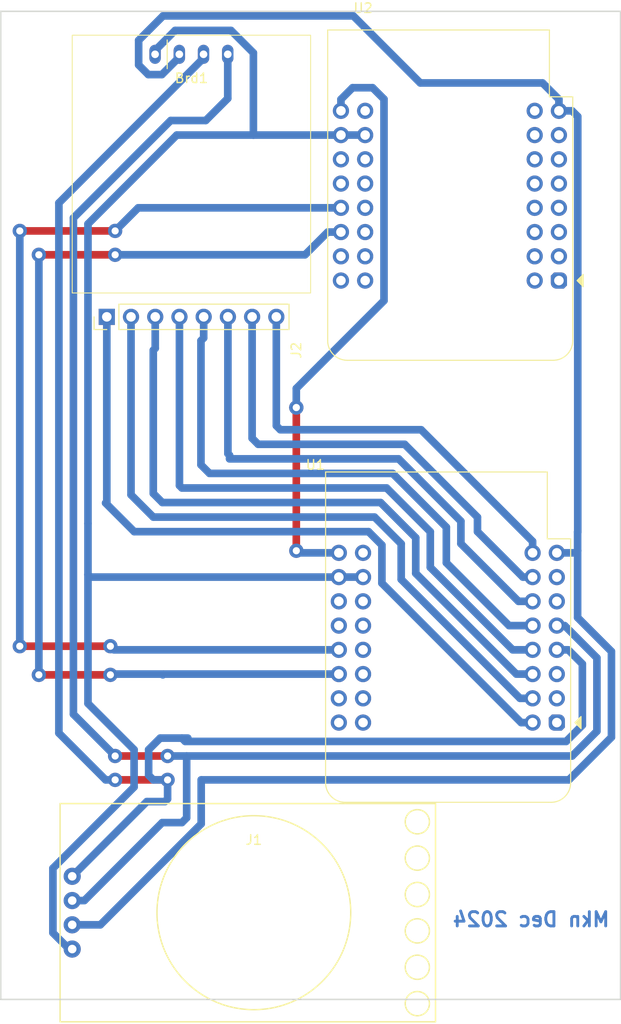
<source format=kicad_pcb>
(kicad_pcb (version 20240108) (generator "pcbnew") (generator_version "8.0")
  (layers (0 "F.Cu" signal) (31 "B.Cu" signal) (34 "B.Paste" user) (35 "F.Paste" user) (36 "B.SilkS" user "B.Silkscreen") (37 "F.SilkS" user "F.Silkscreen") (38 "B.Mask" user) (39 "F.Mask" user) (44 "Edge.Cuts" user))
  (net 0 "")
  (net 1 "/SCL")
  (net 2 "/SDA")
  (net 3 "+3V3")
  (net 4 "Net-(J2-Pin_6)")
  (net 5 "Net-(J2-Pin_7)")
  (net 6 "Net-(J2-Pin_4)")
  (net 7 "Net-(J2-Pin_2)")
  (net 8 "Net-(J2-Pin_5)")
  (net 9 "Net-(J2-Pin_1)")
  (net 10 "Net-(J2-Pin_3)")
  (net 11 "Net-(J2-Pin_8)")
  (net 19 "/SCL_esp2esp")
  (net 26 "+5V")
  (net 29 "/SDA_esp2esp")
  (net 43 "GND")
  (footprint "s2mini:WEMOS_S2_mini" (layer "F.Cu") (at 176.54 92.7 180)
    (property "Reference" "U2" (at 20.54 28.54 360) (layer "F.SilkS"))
    (property "Value" "WeMos_S2_mini")
    (fp_line (start 24.25 26.25) (end 24.25 -6.3) (stroke (width 0.12)) (layer "F.SilkS"))
    (fp_line (start 22.2 -8.35) (end 0.6 -8.35) (stroke (width 0.12)) (layer "F.SilkS"))
    (fp_line (start 1 26.25) (end 24.25 26.25) (stroke (width 0.12)) (layer "F.SilkS"))
    (fp_line (start 1 19.25) (end 1 26.25) (stroke (width 0.12)) (layer "F.SilkS"))
    (fp_line (start -1.45 19.25) (end 1 19.25) (stroke (width 0.12)) (layer "F.SilkS"))
    (fp_line (start -1.45 19.25) (end -1.45 -6.3) (stroke (width 0.12)) (layer "F.SilkS"))
    (fp_arc (start 22.2 -8.35) (mid 23.649569 -7.749569) (end 24.25 -6.3) (stroke (width 0.12)) (layer "F.SilkS"))
    (fp_arc (start -1.45 -6.3) (mid -0.849569 -7.749569) (end 0.6 -8.35) (stroke (width 0.12)) (layer "F.SilkS"))
    (fp_poly (pts (xy -2.54 -0.635) (xy -2.54 0.635) (xy -1.905 0)) (stroke (width 0.12)) (fill solid) (layer "F.SilkS"))
    (pad "1" thru_hole roundrect (at 0 0 180) (size 1.7 1.7) (drill 1) (layers "*.Cu" "*.Mask") (roundrect_rratio 0.35) (chamfer_ratio 0.2) (chamfer top_left bottom_right))
    (pad "2" thru_hole circle (at 0 2.54 180) (size 1.7 1.7) (drill 1) (layers "*.Cu" "*.Mask"))
    (pad "3" thru_hole circle (at 0 5.08 180) (size 1.7 1.7) (drill 1) (layers "*.Cu" "*.Mask"))
    (pad "4" thru_hole circle (at 0 7.62 180) (size 1.7 1.7) (drill 1) (layers "*.Cu" "*.Mask"))
    (pad "5" thru_hole circle (at 0 10.16 180) (size 1.7 1.7) (drill 1) (layers "*.Cu" "*.Mask"))
    (pad "6" thru_hole circle (at 0 12.7 180) (size 1.7 1.7) (drill 1) (layers "*.Cu" "*.Mask"))
    (pad "7" thru_hole circle (at 0 15.24 180) (size 1.7 1.7) (drill 1) (layers "*.Cu" "*.Mask"))
    (pad "8" thru_hole circle (at 0 17.78 180) (size 1.7 1.7) (drill 1) (layers "*.Cu" "*.Mask") (net 3 "+3V3"))
    (pad "9" thru_hole circle (at 22.86 17.78 180) (size 1.7 1.7) (drill 1) (layers "*.Cu" "*.Mask") (net 26 "+5V"))
    (pad "10" thru_hole circle (at 22.86 15.24 180) (size 1.7 1.7) (drill 1) (layers "*.Cu" "*.Mask") (net 43 "GND"))
    (pad "11" thru_hole circle (at 22.86 12.7 180) (size 1.7 1.7) (drill 1) (layers "*.Cu" "*.Mask"))
    (pad "12" thru_hole circle (at 22.86 10.16 180) (size 1.7 1.7) (drill 1) (layers "*.Cu" "*.Mask"))
    (pad "13" thru_hole circle (at 22.86 7.62 180) (size 1.7 1.7) (drill 1) (layers "*.Cu" "*.Mask") (net 19 "/SCL_esp2esp"))
    (pad "14" thru_hole circle (at 22.86 5.08 180) (size 1.7 1.7) (drill 1) (layers "*.Cu" "*.Mask") (net 29 "/SDA_esp2esp"))
    (pad "15" thru_hole circle (at 22.86 2.54 180) (size 1.7 1.7) (drill 1) (layers "*.Cu" "*.Mask"))
    (pad "16" thru_hole circle (at 22.86 0 180) (size 1.7 1.7) (drill 1) (layers "*.Cu" "*.Mask"))
    (pad "17" thru_hole circle (at 2.54 0 180) (size 1.7 1.7) (drill 1) (layers "*.Cu" "*.Mask"))
    (pad "18" thru_hole circle (at 2.54 2.54 180) (size 1.7 1.7) (drill 1) (layers "*.Cu" "*.Mask"))
    (pad "19" thru_hole circle (at 2.54 5.08 180) (size 1.7 1.7) (drill 1) (layers "*.Cu" "*.Mask"))
    (pad "20" thru_hole circle (at 2.54 7.62 180) (size 1.7 1.7) (drill 1) (layers "*.Cu" "*.Mask"))
    (pad "21" thru_hole circle (at 2.54 10.16 180) (size 1.7 1.7) (drill 1) (layers "*.Cu" "*.Mask"))
    (pad "22" thru_hole circle (at 2.54 12.7 180) (size 1.7 1.7) (drill 1) (layers "*.Cu" "*.Mask"))
    (pad "23" thru_hole circle (at 2.54 15.24 180) (size 1.7 1.7) (drill 1) (layers "*.Cu" "*.Mask"))
    (pad "24" thru_hole circle (at 2.54 17.78 180) (size 1.7 1.7) (drill 1) (layers "*.Cu" "*.Mask"))
    (pad "25" thru_hole circle (at 20.32 17.78 180) (size 1.7 1.7) (drill 1) (layers "*.Cu" "*.Mask"))
    (pad "26" thru_hole circle (at 20.32 15.24 180) (size 1.7 1.7) (drill 1) (layers "*.Cu" "*.Mask") (net 43 "GND"))
    (pad "27" thru_hole circle (at 20.32 12.7 180) (size 1.7 1.7) (drill 1) (layers "*.Cu" "*.Mask"))
    (pad "28" thru_hole circle (at 20.32 10.16 180) (size 1.7 1.7) (drill 1) (layers "*.Cu" "*.Mask"))
    (pad "29" thru_hole circle (at 20.32 7.62 180) (size 1.7 1.7) (drill 1) (layers "*.Cu" "*.Mask"))
    (pad "30" thru_hole circle (at 20.32 5.08 180) (size 1.7 1.7) (drill 1) (layers "*.Cu" "*.Mask"))
    (pad "31" thru_hole circle (at 20.32 2.54 180) (size 1.7 1.7) (drill 1) (layers "*.Cu" "*.Mask"))
    (pad "32" thru_hole circle (at 20.32 0 180) (size 1.7 1.7) (drill 1) (layers "*.Cu" "*.Mask"))
  )
  (footprint "meagsaturn:RTC_DS3231" (layer "F.Cu") (at 163.5975 170.3425 180)
    (property "Reference" "J1" (at 19.05 19.05 0) (layer "F.SilkS"))
    (property "Value" "RTC_DS3231")
    (fp_line (start 39.37 0) (end 39.37 22.86) (stroke (width 0.15)) (layer "F.SilkS"))
    (fp_line (start 0 22.86) (end 39.37 22.86) (stroke (width 0.15)) (layer "F.SilkS"))
    (fp_line (start 0 0) (end 39.37 0) (stroke (width 0.15)) (layer "F.SilkS"))
    (fp_line (start 0 0) (end 0 22.86) (stroke (width 0.15)) (layer "F.SilkS"))
    (fp_circle (center 19.05 11.43) (end 19.05 21.59) (stroke (width 0.15)) (fill none) (layer "F.SilkS"))
    (fp_circle (center 1.905 20.955) (end 1.905 19.685) (stroke (width 0.15)) (fill none) (layer "F.SilkS"))
    (fp_circle (center 1.905 17.145) (end 1.905 15.875) (stroke (width 0.15)) (fill none) (layer "F.SilkS"))
    (fp_circle (center 1.905 13.335) (end 1.905 12.065) (stroke (width 0.15)) (fill none) (layer "F.SilkS"))
    (fp_circle (center 1.905 9.525) (end 1.905 8.255) (stroke (width 0.15)) (fill none) (layer "F.SilkS"))
    (fp_circle (center 1.905 5.715) (end 1.905 4.445) (stroke (width 0.15)) (fill none) (layer "F.SilkS"))
    (fp_circle (center 1.905 1.905) (end 1.905 0.635) (stroke (width 0.15)) (fill none) (layer "F.SilkS"))
    (pad "1" thru_hole circle (at 38.1 15.24 180) (size 1.8 1.8) (drill 0.9) (layers "*.Cu" "*.Mask") (net 1 "/SCL"))
    (pad "2" thru_hole circle (at 38.1 12.7 180) (size 1.8 1.8) (drill 0.9) (layers "*.Cu" "*.Mask") (net 2 "/SDA"))
    (pad "3" thru_hole circle (at 38.1 10.16 180) (size 1.8 1.8) (drill 0.9) (layers "*.Cu" "*.Mask") (net 3 "+3V3"))
    (pad "4" thru_hole circle (at 38.1 7.62 180) (size 1.8 1.8) (drill 0.9) (layers "*.Cu" "*.Mask") (net 43 "GND"))
  )
  (footprint "ssd1306:ssd1306_128x64oled_module" (layer "F.Cu") (at 138 69)
    (property "Reference" "Brd1" (at 0 2.5 0) (layer "F.SilkS"))
    (property "Value" "SSD1306")
    (fp_line (start -2.54 -1.5) (end -2.54 1.5) (stroke (width 0.12)) (layer "F.SilkS"))
    (fp_rect (start -12.5 -2) (end 12.5 25) (stroke (width 0.1)) (fill none) (layer "F.SilkS"))
    (pad "1" thru_hole oval (at -3.81 0) (size 1.2 2) (drill 0.8) (layers "*.Cu" "*.Mask") (net 43 "GND"))
    (pad "2" thru_hole oval (at -1.27 0) (size 1.2 2) (drill 0.8) (layers "*.Cu" "*.Mask") (net 3 "+3V3"))
    (pad "3" thru_hole oval (at 1.27 0) (size 1.2 2) (drill 0.8) (layers "*.Cu" "*.Mask") (net 1 "/SCL"))
    (pad "4" thru_hole oval (at 3.81 0) (size 1.2 2) (drill 0.8) (layers "*.Cu" "*.Mask") (net 2 "/SDA"))
  )
  (footprint "Connector_PinHeader_2.54mm:PinHeader_1x08_P2.54mm_Vertical" (layer "F.Cu") (at 129.125 96.5 90)
    (property "Reference" "J2" (at -3.5 19.875 90) (layer "F.SilkS"))
    (property "Value" "Buttons")
    (fp_line (start -1.33 -1.33) (end 0 -1.33) (stroke (width 0.12)) (layer "F.SilkS"))
    (fp_line (start -1.33 0) (end -1.33 -1.33) (stroke (width 0.12)) (layer "F.SilkS"))
    (fp_line (start 1.33 1.27) (end 1.33 19.11) (stroke (width 0.12)) (layer "F.SilkS"))
    (fp_line (start -1.33 1.27) (end 1.33 1.27) (stroke (width 0.12)) (layer "F.SilkS"))
    (fp_line (start -1.33 1.27) (end -1.33 19.11) (stroke (width 0.12)) (layer "F.SilkS"))
    (fp_line (start -1.33 19.11) (end 1.33 19.11) (stroke (width 0.12)) (layer "F.SilkS"))
    (pad "1" thru_hole rect (at 0 0 90) (size 1.7 1.7) (drill 1) (layers "*.Cu" "*.Mask") (net 9 "Net-(J2-Pin_1)"))
    (pad "2" thru_hole oval (at 0 2.54 90) (size 1.7 1.7) (drill 1) (layers "*.Cu" "*.Mask") (net 7 "Net-(J2-Pin_2)"))
    (pad "3" thru_hole oval (at 0 5.08 90) (size 1.7 1.7) (drill 1) (layers "*.Cu" "*.Mask") (net 10 "Net-(J2-Pin_3)"))
    (pad "4" thru_hole oval (at 0 7.62 90) (size 1.7 1.7) (drill 1) (layers "*.Cu" "*.Mask") (net 6 "Net-(J2-Pin_4)"))
    (pad "5" thru_hole oval (at 0 10.16 90) (size 1.7 1.7) (drill 1) (layers "*.Cu" "*.Mask") (net 8 "Net-(J2-Pin_5)"))
    (pad "6" thru_hole oval (at 0 12.7 90) (size 1.7 1.7) (drill 1) (layers "*.Cu" "*.Mask") (net 4 "Net-(J2-Pin_6)"))
    (pad "7" thru_hole oval (at 0 15.24 90) (size 1.7 1.7) (drill 1) (layers "*.Cu" "*.Mask") (net 5 "Net-(J2-Pin_7)"))
    (pad "8" thru_hole oval (at 0 17.78 90) (size 1.7 1.7) (drill 1) (layers "*.Cu" "*.Mask") (net 11 "Net-(J2-Pin_8)"))
  )
  (footprint "s2mini:WEMOS_S2_mini" (layer "F.Cu") (at 176.32 139 180)
    (property "Reference" "U1" (at 25.32 27 0) (layer "F.SilkS"))
    (property "Value" "WeMos_S2_mini")
    (fp_line (start 24.25 26.25) (end 24.25 -6.3) (stroke (width 0.12)) (layer "F.SilkS"))
    (fp_line (start 22.2 -8.35) (end 0.6 -8.35) (stroke (width 0.12)) (layer "F.SilkS"))
    (fp_line (start 1 26.25) (end 24.25 26.25) (stroke (width 0.12)) (layer "F.SilkS"))
    (fp_line (start 1 19.25) (end 1 26.25) (stroke (width 0.12)) (layer "F.SilkS"))
    (fp_line (start -1.45 19.25) (end 1 19.25) (stroke (width 0.12)) (layer "F.SilkS"))
    (fp_line (start -1.45 19.25) (end -1.45 -6.3) (stroke (width 0.12)) (layer "F.SilkS"))
    (fp_arc (start 22.2 -8.35) (mid 23.649569 -7.749569) (end 24.25 -6.3) (stroke (width 0.12)) (layer "F.SilkS"))
    (fp_arc (start -1.45 -6.3) (mid -0.849569 -7.749569) (end 0.6 -8.35) (stroke (width 0.12)) (layer "F.SilkS"))
    (fp_poly (pts (xy -2.54 -0.635) (xy -2.54 0.635) (xy -1.905 0)) (stroke (width 0.12)) (fill solid) (layer "F.SilkS"))
    (pad "1" thru_hole roundrect (at 0 0 180) (size 1.7 1.7) (drill 1) (layers "*.Cu" "*.Mask") (roundrect_rratio 0.35) (chamfer_ratio 0.2) (chamfer top_left bottom_right))
    (pad "2" thru_hole circle (at 0 2.54 180) (size 1.7 1.7) (drill 1) (layers "*.Cu" "*.Mask"))
    (pad "3" thru_hole circle (at 0 5.08 180) (size 1.7 1.7) (drill 1) (layers "*.Cu" "*.Mask"))
    (pad "4" thru_hole circle (at 0 7.62 180) (size 1.7 1.7) (drill 1) (layers "*.Cu" "*.Mask") (net 1 "/SCL"))
    (pad "5" thru_hole circle (at 0 10.16 180) (size 1.7 1.7) (drill 1) (layers "*.Cu" "*.Mask") (net 2 "/SDA"))
    (pad "6" thru_hole circle (at 0 12.7 180) (size 1.7 1.7) (drill 1) (layers "*.Cu" "*.Mask"))
    (pad "7" thru_hole circle (at 0 15.24 180) (size 1.7 1.7) (drill 1) (layers "*.Cu" "*.Mask"))
    (pad "8" thru_hole circle (at 0 17.78 180) (size 1.7 1.7) (drill 1) (layers "*.Cu" "*.Mask") (net 3 "+3V3"))
    (pad "9" thru_hole circle (at 22.86 17.78 180) (size 1.7 1.7) (drill 1) (layers "*.Cu" "*.Mask") (net 26 "+5V"))
    (pad "10" thru_hole circle (at 22.86 15.24 180) (size 1.7 1.7) (drill 1) (layers "*.Cu" "*.Mask") (net 43 "GND"))
    (pad "11" thru_hole circle (at 22.86 12.7 180) (size 1.7 1.7) (drill 1) (layers "*.Cu" "*.Mask"))
    (pad "12" thru_hole circle (at 22.86 10.16 180) (size 1.7 1.7) (drill 1) (layers "*.Cu" "*.Mask"))
    (pad "13" thru_hole circle (at 22.86 7.62 180) (size 1.7 1.7) (drill 1) (layers "*.Cu" "*.Mask") (net 19 "/SCL_esp2esp"))
    (pad "14" thru_hole circle (at 22.86 5.08 180) (size 1.7 1.7) (drill 1) (layers "*.Cu" "*.Mask") (net 29 "/SDA_esp2esp"))
    (pad "15" thru_hole circle (at 22.86 2.54 180) (size 1.7 1.7) (drill 1) (layers "*.Cu" "*.Mask"))
    (pad "16" thru_hole circle (at 22.86 0 180) (size 1.7 1.7) (drill 1) (layers "*.Cu" "*.Mask"))
    (pad "17" thru_hole circle (at 2.54 0 180) (size 1.7 1.7) (drill 1) (layers "*.Cu" "*.Mask") (net 9 "Net-(J2-Pin_1)"))
    (pad "18" thru_hole circle (at 2.54 2.54 180) (size 1.7 1.7) (drill 1) (layers "*.Cu" "*.Mask") (net 7 "Net-(J2-Pin_2)"))
    (pad "19" thru_hole circle (at 2.54 5.08 180) (size 1.7 1.7) (drill 1) (layers "*.Cu" "*.Mask") (net 10 "Net-(J2-Pin_3)"))
    (pad "20" thru_hole circle (at 2.54 7.62 180) (size 1.7 1.7) (drill 1) (layers "*.Cu" "*.Mask") (net 6 "Net-(J2-Pin_4)"))
    (pad "21" thru_hole circle (at 2.54 10.16 180) (size 1.7 1.7) (drill 1) (layers "*.Cu" "*.Mask") (net 8 "Net-(J2-Pin_5)"))
    (pad "22" thru_hole circle (at 2.54 12.7 180) (size 1.7 1.7) (drill 1) (layers "*.Cu" "*.Mask") (net 4 "Net-(J2-Pin_6)"))
    (pad "23" thru_hole circle (at 2.54 15.24 180) (size 1.7 1.7) (drill 1) (layers "*.Cu" "*.Mask") (net 5 "Net-(J2-Pin_7)"))
    (pad "24" thru_hole circle (at 2.54 17.78 180) (size 1.7 1.7) (drill 1) (layers "*.Cu" "*.Mask") (net 11 "Net-(J2-Pin_8)"))
    (pad "25" thru_hole circle (at 20.32 17.78 180) (size 1.7 1.7) (drill 1) (layers "*.Cu" "*.Mask"))
    (pad "26" thru_hole circle (at 20.32 15.24 180) (size 1.7 1.7) (drill 1) (layers "*.Cu" "*.Mask") (net 43 "GND"))
    (pad "27" thru_hole circle (at 20.32 12.7 180) (size 1.7 1.7) (drill 1) (layers "*.Cu" "*.Mask"))
    (pad "28" thru_hole circle (at 20.32 10.16 180) (size 1.7 1.7) (drill 1) (layers "*.Cu" "*.Mask"))
    (pad "29" thru_hole circle (at 20.32 7.62 180) (size 1.7 1.7) (drill 1) (layers "*.Cu" "*.Mask"))
    (pad "30" thru_hole circle (at 20.32 5.08 180) (size 1.7 1.7) (drill 1) (layers "*.Cu" "*.Mask"))
    (pad "31" thru_hole circle (at 20.32 2.54 180) (size 1.7 1.7) (drill 1) (layers "*.Cu" "*.Mask"))
    (pad "32" thru_hole circle (at 20.32 0 180) (size 1.7 1.7) (drill 1) (layers "*.Cu" "*.Mask"))
  )
  (gr_rect (start 118 64.5) (end 183 168) (stroke (width 0.15)) (fill none) (layer "Edge.Cuts"))
  (gr_text "Mkn Dec 2024" (at 182 160.5 0) (layer "B.Cu") (effects (font (size 1.5 1.5) (thickness 0.3) (bold yes)) (justify left bottom mirror)))
  (segment (start 135.5 145) (end 130 145) (width 0.8) (layer "F.Cu") (net 1))
  (via (at 130 145) (size 1.5) (drill 0.75) (layers "F.Cu" "B.Cu") (net 1))
  (via (at 135.5 145) (size 1.5) (drill 0.75) (layers "F.Cu" "B.Cu") (net 1))
  (segment (start 129 145) (end 130 145) (width 0.8) (layer "B.Cu") (net 1))
  (segment (start 125.4975 155.1025) (end 133.326651 147.273349) (width 0.8) (layer "B.Cu") (net 1))
  (segment (start 133.326651 147.273349) (end 135.226651 147.273349) (width 0.8) (layer "B.Cu") (net 1))
  (segment (start 137 140.625) (end 137.625 140.625) (width 0.8) (layer "B.Cu") (net 1))
  (segment (start 124.1 84.57) (end 124.1 140.1) (width 0.8) (layer "B.Cu") (net 1))
  (segment (start 133.512868 144.512868) (end 133.512868 141.835481) (width 0.8) (layer "B.Cu") (net 1))
  (segment (start 124.1 140.1) (end 129 145) (width 0.8) (layer "B.Cu") (net 1))
  (segment (start 134.723349 140.625) (end 137 140.625) (width 0.8) (layer "B.Cu") (net 1))
  (segment (start 137 140.625) (end 137.35 140.975) (width 0.8) (layer "B.Cu") (net 1))
  (segment (start 139.27 69) (end 139.27 69.4) (width 0.8) (layer "B.Cu") (net 1))
  (segment (start 135.5 147) (end 135.5 145) (width 0.8) (layer "B.Cu") (net 1))
  (segment (start 139.27 69.4) (end 124.1 84.57) (width 0.8) (layer "B.Cu") (net 1))
  (segment (start 179 132.857919) (end 177.522081 131.38) (width 0.8) (layer "B.Cu") (net 1))
  (segment (start 137.35 140.975) (end 177.295992 140.975) (width 0.8) (layer "B.Cu") (net 1))
  (segment (start 134 145) (end 133.512868 144.512868) (width 0.8) (layer "B.Cu") (net 1))
  (segment (start 135.226651 147.273349) (end 135.5 147) (width 0.8) (layer "B.Cu") (net 1))
  (segment (start 177.295992 140.975) (end 179 139.270992) (width 0.8) (layer "B.Cu") (net 1))
  (segment (start 177.522081 131.38) (end 176.32 131.38) (width 0.8) (layer "B.Cu") (net 1))
  (segment (start 179 139.270992) (end 179 132.857919) (width 0.8) (layer "B.Cu") (net 1))
  (segment (start 133.512868 141.835481) (end 134.723349 140.625) (width 0.8) (layer "B.Cu") (net 1))
  (segment (start 135.5 145) (end 134 145) (width 0.8) (layer "B.Cu") (net 1))
  (segment (start 135.5 142.5) (end 130 142.5) (width 0.8) (layer "F.Cu") (net 2))
  (via (at 130 142.5) (size 1.5) (drill 0.75) (layers "F.Cu" "B.Cu") (net 2))
  (via (at 135.5 142.5) (size 1.5) (drill 0.75) (layers "F.Cu" "B.Cu") (net 2))
  (segment (start 137.5 142.5) (end 135.5 142.5) (width 0.8) (layer "B.Cu") (net 2))
  (segment (start 135.828324 75.935) (end 139.5 75.935) (width 0.8) (layer "B.Cu") (net 2))
  (segment (start 125.4975 157.6425) (end 126.770292 157.6425) (width 0.8) (layer "B.Cu") (net 2))
  (segment (start 125.625 138.125) (end 125.625 86.138324) (width 0.8) (layer "B.Cu") (net 2))
  (segment (start 137 149.475) (end 137.5 148.975) (width 0.8) (layer "B.Cu") (net 2))
  (segment (start 126.770292 157.6425) (end 134.937792 149.475) (width 0.8) (layer "B.Cu") (net 2))
  (segment (start 130 142.5) (end 125.625 138.125) (width 0.8) (layer "B.Cu") (net 2))
  (segment (start 177.138757 128.84) (end 176.32 128.84) (width 0.8) (layer "B.Cu") (net 2))
  (segment (start 125.625 86.138324) (end 135.828324 75.935) (width 0.8) (layer "B.Cu") (net 2))
  (segment (start 134.937792 149.475) (end 137 149.475) (width 0.8) (layer "B.Cu") (net 2))
  (segment (start 141.81 73.625) (end 141.81 69) (width 0.8) (layer "B.Cu") (net 2))
  (segment (start 180.525 139.902668) (end 180.525 132.226243) (width 0.8) (layer "B.Cu") (net 2))
  (segment (start 177.927668 142.5) (end 137.5 142.5) (width 0.8) (layer "B.Cu") (net 2))
  (segment (start 180.525 139.902668) (end 177.927668 142.5) (width 0.8) (layer "B.Cu") (net 2))
  (segment (start 180.525 132.226243) (end 177.138757 128.84) (width 0.8) (layer "B.Cu") (net 2))
  (segment (start 139.5 75.935) (end 141.81 73.625) (width 0.8) (layer "B.Cu") (net 2))
  (segment (start 137.5 148.975) (end 137.5 142.5) (width 0.8) (layer "B.Cu") (net 2))
  (segment (start 132.465 70.114518) (end 133.475482 71.125) (width 0.8) (layer "B.Cu") (net 3))
  (segment (start 134.904518 71.125) (end 136.73 69.299518) (width 0.8) (layer "B.Cu") (net 3))
  (segment (start 132.465 67.535) (end 132.465 70.114518) (width 0.8) (layer "B.Cu") (net 3))
  (segment (start 135.025 64.975) (end 132.465 67.535) (width 0.8) (layer "B.Cu") (net 3))
  (segment (start 139.025 149.606676) (end 139.025 145) (width 0.8) (layer "B.Cu") (net 3))
  (segment (start 178.5 128) (end 178.5 121) (width 0.8) (layer "B.Cu") (net 3))
  (segment (start 136.73 69) (end 136.73 68.6) (width 0.8) (layer "B.Cu") (net 3))
  (segment (start 139.025 145) (end 177.584344 145) (width 0.8) (layer "B.Cu") (net 3))
  (segment (start 176.54 74.92) (end 176.54 73.717919) (width 0.8) (layer "B.Cu") (net 3))
  (segment (start 176.54 73.717919) (end 174.822081 72) (width 0.8) (layer "B.Cu") (net 3))
  (segment (start 178.5 121) (end 178.5 119.04) (width 0.8) (layer "B.Cu") (net 3))
  (segment (start 178.515 75.515) (end 177.92 74.92) (width 0.8) (layer "B.Cu") (net 3))
  (segment (start 136.73 69.299518) (end 136.73 69) (width 0.8) (layer "B.Cu") (net 3))
  (segment (start 177.584344 145) (end 182.05 140.534344) (width 0.8) (layer "B.Cu") (net 3))
  (segment (start 178.28 121.22) (end 178.5 121) (width 0.8) (layer "B.Cu") (net 3))
  (segment (start 178.5 119.04) (end 178.515 119.025) (width 0.8) (layer "B.Cu") (net 3))
  (segment (start 162 72) (end 154.975 64.975) (width 0.8) (layer "B.Cu") (net 3))
  (segment (start 178.515 119.025) (end 178.515 75.515) (width 0.8) (layer "B.Cu") (net 3))
  (segment (start 125.4975 160.1825) (end 128.449176 160.1825) (width 0.8) (layer "B.Cu") (net 3))
  (segment (start 128.449176 160.1825) (end 139.025 149.606676) (width 0.8) (layer "B.Cu") (net 3))
  (segment (start 174.822081 72) (end 162 72) (width 0.8) (layer "B.Cu") (net 3))
  (segment (start 135 65) (end 135.025 64.975) (width 0.8) (layer "B.Cu") (net 3))
  (segment (start 182.05 131.55) (end 178.5 128) (width 0.8) (layer "B.Cu") (net 3))
  (segment (start 176.32 121.22) (end 178.28 121.22) (width 0.8) (layer "B.Cu") (net 3))
  (segment (start 154.975 64.975) (end 135.025 64.975) (width 0.8) (layer "B.Cu") (net 3))
  (segment (start 177.92 74.92) (end 176.54 74.92) (width 0.8) (layer "B.Cu") (net 3))
  (segment (start 133.475482 71.125) (end 134.904518 71.125) (width 0.8) (layer "B.Cu") (net 3))
  (segment (start 182.05 140.534344) (end 182.05 131.55) (width 0.8) (layer "B.Cu") (net 3))
  (segment (start 166.260014 120.260014) (end 166.260014 117.903562) (width 0.8) (layer "B.Cu") (net 4))
  (segment (start 173.78 126.3) (end 172.3 126.3) (width 0.8) (layer "B.Cu") (net 4))
  (segment (start 142 111) (end 141.825 110.825) (width 0.8) (layer "B.Cu") (net 4))
  (segment (start 142 111.375) (end 142 111) (width 0.8) (layer "B.Cu") (net 4))
  (segment (start 141.825 110.825) (end 141.825 96.5) (width 0.8) (layer "B.Cu") (net 4))
  (segment (start 159.731452 111.375) (end 142 111.375) (width 0.8) (layer "B.Cu") (net 4))
  (segment (start 172.3 126.3) (end 166.260014 120.260014) (width 0.8) (layer "B.Cu") (net 4))
  (segment (start 166.260014 117.903562) (end 159.731452 111.375) (width 0.8) (layer "B.Cu") (net 4))
  (segment (start 168 117.486872) (end 168 119) (width 0.8) (layer "B.Cu") (net 5))
  (segment (start 168 119) (end 172.76 123.76) (width 0.8) (layer "B.Cu") (net 5))
  (segment (start 144.365 109.215) (end 145 109.85) (width 0.8) (layer "B.Cu") (net 5))
  (segment (start 145 109.85) (end 160.363128 109.85) (width 0.8) (layer "B.Cu") (net 5))
  (segment (start 144.365 96.5) (end 144.365 109.215) (width 0.8) (layer "B.Cu") (net 5))
  (segment (start 160.363128 109.85) (end 168 117.486872) (width 0.8) (layer "B.Cu") (net 5))
  (segment (start 172.76 123.76) (end 173.78 123.76) (width 0.8) (layer "B.Cu") (net 5))
  (segment (start 136.745 96.5) (end 136.745 114.17) (width 0.8) (layer "B.Cu") (net 6))
  (segment (start 163.05 119.0069) (end 163.05 122.736648) (width 0.8) (layer "B.Cu") (net 6))
  (segment (start 137 114.425) (end 158.4681 114.425) (width 0.8) (layer "B.Cu") (net 6))
  (segment (start 171.693352 131.38) (end 173.78 131.38) (width 0.8) (layer "B.Cu") (net 6))
  (segment (start 136.745 114.17) (end 137 114.425) (width 0.8) (layer "B.Cu") (net 6))
  (segment (start 158.4681 114.425) (end 163.05 119.0069) (width 0.8) (layer "B.Cu") (net 6))
  (segment (start 163.05 122.736648) (end 171.693352 131.38) (width 0.8) (layer "B.Cu") (net 6))
  (segment (start 131.665 115.14) (end 134 117.475) (width 0.8) (layer "B.Cu") (net 7))
  (segment (start 131.665 96.5) (end 131.665 115.14) (width 0.8) (layer "B.Cu") (net 7))
  (segment (start 160 124) (end 172.46 136.46) (width 0.8) (layer "B.Cu") (net 7))
  (segment (start 157.204748 117.475) (end 160 120.270252) (width 0.8) (layer "B.Cu") (net 7))
  (segment (start 172.46 136.46) (end 173.78 136.46) (width 0.8) (layer "B.Cu") (net 7))
  (segment (start 160 120.270252) (end 160 124) (width 0.8) (layer "B.Cu") (net 7))
  (segment (start 134 117.475) (end 157.204748 117.475) (width 0.8) (layer "B.Cu") (net 7))
  (segment (start 159.099776 112.9) (end 139.9 112.9) (width 0.8) (layer "B.Cu") (net 8))
  (segment (start 173.78 128.84) (end 171.310028 128.84) (width 0.8) (layer "B.Cu") (net 8))
  (segment (start 139 112) (end 139 99) (width 0.8) (layer "B.Cu") (net 8))
  (segment (start 164.735014 118.535238) (end 159.099776 112.9) (width 0.8) (layer "B.Cu") (net 8))
  (segment (start 164.735014 122.264986) (end 164.735014 118.535238) (width 0.8) (layer "B.Cu") (net 8))
  (segment (start 139.285 98.715) (end 139.285 96.5) (width 0.8) (layer "B.Cu") (net 8))
  (segment (start 171.310028 128.84) (end 164.735014 122.264986) (width 0.8) (layer "B.Cu") (net 8))
  (segment (start 139 99) (end 139.285 98.715) (width 0.8) (layer "B.Cu") (net 8))
  (segment (start 139.9 112.9) (end 139 112) (width 0.8) (layer "B.Cu") (net 8))
  (segment (start 129 116) (end 129.125 115.875) (width 0.8) (layer "B.Cu") (net 9))
  (segment (start 157.975 124.397081) (end 157.975 120.401928) (width 0.8) (layer "B.Cu") (net 9))
  (segment (start 132 119) (end 129 116) (width 0.8) (layer "B.Cu") (net 9))
  (segment (start 156.573072 119) (end 132 119) (width 0.8) (layer "B.Cu") (net 9))
  (segment (start 172.577919 139) (end 157.975 124.397081) (width 0.8) (layer "B.Cu") (net 9))
  (segment (start 129.125 115.875) (end 129.125 96.5) (width 0.8) (layer "B.Cu") (net 9))
  (segment (start 173.78 139) (end 172.577919 139) (width 0.8) (layer "B.Cu") (net 9))
  (segment (start 157.975 120.401928) (end 156.573072 119) (width 0.8) (layer "B.Cu") (net 9))
  (segment (start 161.525 119.638576) (end 157.836424 115.95) (width 0.8) (layer "B.Cu") (net 10))
  (segment (start 134 115) (end 134 100) (width 0.8) (layer "B.Cu") (net 10))
  (segment (start 134.95 115.95) (end 134 115) (width 0.8) (layer "B.Cu") (net 10))
  (segment (start 173.78 133.92) (end 172.076676 133.92) (width 0.8) (layer "B.Cu") (net 10))
  (segment (start 172.076676 133.92) (end 161.525 123.368324) (width 0.8) (layer "B.Cu") (net 10))
  (segment (start 161.525 123.368324) (end 161.525 119.638576) (width 0.8) (layer "B.Cu") (net 10))
  (segment (start 134 100) (end 134.205 99.795) (width 0.8) (layer "B.Cu") (net 10))
  (segment (start 134.205 99.795) (end 134.205 96.5) (width 0.8) (layer "B.Cu") (net 10))
  (segment (start 157.836424 115.95) (end 134.95 115.95) (width 0.8) (layer "B.Cu") (net 10))
  (segment (start 173.78 121.22) (end 173.78 120.017919) (width 0.8) (layer "B.Cu") (net 11))
  (segment (start 173.78 120.017919) (end 162.087081 108.325) (width 0.8) (layer "B.Cu") (net 11))
  (segment (start 162.087081 108.325) (end 147.325 108.325) (width 0.8) (layer "B.Cu") (net 11))
  (segment (start 146.905 107.905) (end 146.905 96.5) (width 0.8) (layer "B.Cu") (net 11))
  (segment (start 147.325 108.325) (end 146.905 107.905) (width 0.8) (layer "B.Cu") (net 11))
  (segment (start 130 87.5) (end 120 87.5) (width 0.8) (layer "F.Cu") (net 19))
  (segment (start 129.5 131) (end 120 131) (width 0.8) (layer "F.Cu") (net 19))
  (via (at 120 131) (size 1.5) (drill 0.75) (layers "F.Cu" "B.Cu") (net 19))
  (via (at 129.5 131) (size 1.5) (drill 0.75) (layers "F.Cu" "B.Cu") (net 19))
  (via (at 120 87.5) (size 1.5) (drill 0.75) (layers "F.Cu" "B.Cu") (net 19))
  (via (at 130 87.5) (size 1.5) (drill 0.75) (layers "F.Cu" "B.Cu") (net 19))
  (segment (start 153.68 85.08) (end 132.763324 85.08) (width 0.8) (layer "B.Cu") (net 19))
  (segment (start 132.763324 85.08) (end 132.42 85.08) (width 0.8) (layer "B.Cu") (net 19))
  (segment (start 120 131) (end 120 87.5) (width 0.8) (layer "B.Cu") (net 19))
  (segment (start 129.88 131.38) (end 129.5 131) (width 0.8) (layer "B.Cu") (net 19))
  (segment (start 153.46 131.38) (end 129.88 131.38) (width 0.8) (layer "B.Cu") (net 19))
  (segment (start 132.42 85.08) (end 130 87.5) (width 0.8) (layer "B.Cu") (net 19))
  (segment (start 149 106) (end 149 121) (width 0.8) (layer "F.Cu") (net 26))
  (via (at 149 106) (size 1.5) (drill 0.75) (layers "F.Cu" "B.Cu") (net 26))
  (via (at 149 106) (size 1.5) (drill 0.75) (layers "F.Cu" "B.Cu") (net 26))
  (via (at 149 121) (size 1.5) (drill 0.75) (layers "F.Cu" "B.Cu") (net 26))
  (segment (start 158.195 94.805) (end 151.5 101.5) (width 0.8) (layer "B.Cu") (net 26))
  (segment (start 149 104) (end 149 106) (width 0.8) (layer "B.Cu") (net 26))
  (segment (start 154.897919 72.5) (end 157 72.5) (width 0.8) (layer "B.Cu") (net 26))
  (segment (start 153.68 73.717919) (end 154.897919 72.5) (width 0.8) (layer "B.Cu") (net 26))
  (segment (start 149.22 121.22) (end 149 121) (width 0.8) (layer "B.Cu") (net 26))
  (segment (start 153.46 121.22) (end 149.22 121.22) (width 0.8) (layer "B.Cu") (net 26))
  (segment (start 158.195 73.695) (end 158.195 94.805) (width 0.8) (layer "B.Cu") (net 26))
  (segment (start 157 72.5) (end 158.195 73.695) (width 0.8) (layer "B.Cu") (net 26))
  (segment (start 153.68 74.92) (end 153.68 73.717919) (width 0.8) (layer "B.Cu") (net 26))
  (segment (start 151.5 101.5) (end 149 104) (width 0.8) (layer "B.Cu") (net 26))
  (segment (start 129.5 134) (end 122 134) (width 0.8) (layer "F.Cu") (net 29))
  (segment (start 130 90) (end 122 90) (width 0.8) (layer "F.Cu") (net 29))
  (via (at 122 90) (size 1.5) (drill 0.75) (layers "F.Cu" "B.Cu") (net 29))
  (via (at 122 134) (size 1.5) (drill 0.75) (layers "F.Cu" "B.Cu") (net 29))
  (via (at 129.5 134) (size 1.5) (drill 0.75) (layers "F.Cu" "B.Cu") (net 29))
  (via (at 130 90) (size 1.5) (drill 0.75) (layers "F.Cu" "B.Cu") (net 29))
  (segment (start 122 90) (end 122 134) (width 0.8) (layer "B.Cu") (net 29))
  (segment (start 135.08 133.92) (end 135 134) (width 0.8) (layer "B.Cu") (net 29))
  (segment (start 152.296928 87.62) (end 149.916928 90) (width 0.8) (layer "B.Cu") (net 29))
  (segment (start 135.08 133.92) (end 129.58 133.92) (width 0.8) (layer "B.Cu") (net 29))
  (segment (start 153.68 87.62) (end 152.296928 87.62) (width 0.8) (layer "B.Cu") (net 29))
  (segment (start 129.58 133.92) (end 129.5 134) (width 0.8) (layer "B.Cu") (net 29))
  (segment (start 149.916928 90) (end 130 90) (width 0.8) (layer "B.Cu") (net 29))
  (segment (start 153.46 133.92) (end 135.08 133.92) (width 0.8) (layer "B.Cu") (net 29))
  (segment (start 136.29 66.5) (end 142.149518 66.5) (width 0.8) (layer "B.Cu") (net 43))
  (segment (start 153.46 123.76) (end 127.41 123.76) (width 0.8) (layer "B.Cu") (net 43))
  (segment (start 142.149518 66.5) (end 144.5 68.850482) (width 0.8) (layer "B.Cu") (net 43))
  (segment (start 123.4725 161.021283) (end 123.4725 154.263717) (width 0.8) (layer "B.Cu") (net 43))
  (segment (start 134.19 68.6) (end 134.19 69) (width 0.8) (layer "B.Cu") (net 43))
  (segment (start 136.46 77.46) (end 144.5 77.46) (width 0.8) (layer "B.Cu") (net 43))
  (segment (start 127.15 118.15) (end 127.15 86.77) (width 0.8) (layer "B.Cu") (net 43))
  (segment (start 144.5 68.850482) (end 144.5 77.46) (width 0.8) (layer "B.Cu") (net 43))
  (segment (start 127.15 123.5) (end 127.15 118.15) (width 0.8) (layer "B.Cu") (net 43))
  (segment (start 153.68 77.46) (end 156.473072 77.46) (width 0.8) (layer "B.Cu") (net 43))
  (segment (start 123.4725 154.263717) (end 131.987868 145.748349) (width 0.8) (layer "B.Cu") (net 43))
  (segment (start 136.29 66.5) (end 134.19 68.6) (width 0.8) (layer "B.Cu") (net 43))
  (segment (start 156 123.76) (end 153.46 123.76) (width 0.8) (layer "B.Cu") (net 43))
  (segment (start 125.173717 162.7225) (end 123.4725 161.021283) (width 0.8) (layer "B.Cu") (net 43))
  (segment (start 127.41 123.76) (end 127.15 123.5) (width 0.8) (layer "B.Cu") (net 43))
  (segment (start 125.4975 162.7225) (end 125.173717 162.7225) (width 0.8) (layer "B.Cu") (net 43))
  (segment (start 144.5 77.46) (end 153.68 77.46) (width 0.8) (layer "B.Cu") (net 43))
  (segment (start 127.15 86.77) (end 136.46 77.46) (width 0.8) (layer "B.Cu") (net 43))
  (segment (start 131.987868 141.836217) (end 127.15 136.998349) (width 0.8) (layer "B.Cu") (net 43))
  (segment (start 127.15 136.998349) (end 127.15 123.5) (width 0.8) (layer "B.Cu") (net 43))
  (segment (start 131.987868 145.748349) (end 131.987868 141.836217) (width 0.8) (layer "B.Cu") (net 43))
)
</source>
